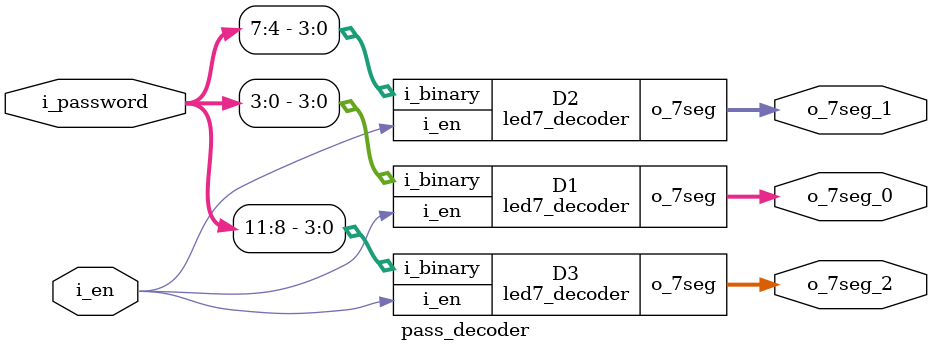
<source format=v>
module led7_decoder(
    i_en,
    i_binary,
    o_7seg
);

    input i_en;
    input [3:0] i_binary;
    output [6:0] o_7seg;

    reg [6:0] value_7seg;

    always @ (i_binary) begin
        case (i_binary)
            4'h0: value_7seg = 7'b1000000;
            4'h1: value_7seg = 7'b1111001;
            4'h2: value_7seg = 7'b0100100;
            4'h3: value_7seg = 7'b0110000;
            4'h4: value_7seg = 7'b0011001;
            4'h5: value_7seg = 7'b0010010;
            4'h6: value_7seg = 7'b0000010;
            4'h7: value_7seg = 7'b1111000;
            4'h8: value_7seg = 7'b0000000;
            4'h9: value_7seg = 7'b0010000;
            4'hA: value_7seg = 7'b0001000;
            4'hB: value_7seg = 7'b0000011;
            4'hC: value_7seg = 7'b1000110;
            4'hD: value_7seg = 7'b0100001;
            4'hE: value_7seg = 7'b0000110;
            4'hF: value_7seg = 7'b0001110;
            default: value_7seg = 7'b1111111;
        endcase
    end

    assign o_7seg = i_en ? value_7seg : 7'b1111111;

endmodule

module pass_decoder(
    i_password,
    i_en,
    o_7seg_0,
    o_7seg_1,
    o_7seg_2
);

    input [11:0] i_password;
    input i_en;

    output [6:0] o_7seg_0;
    output [6:0] o_7seg_1;
    output [6:0] o_7seg_2;

    led7_decoder D1(
        .i_en(i_en),
        .i_binary(i_password[3:0]),
        .o_7seg(o_7seg_0)
    );
    led7_decoder D2(
        .i_en(i_en),
        .i_binary(i_password[7:4]),
        .o_7seg(o_7seg_1)
    );
    led7_decoder D3(
        .i_en(i_en),
        .i_binary(i_password[11:8]),
        .o_7seg(o_7seg_2)
    );

endmodule

</source>
